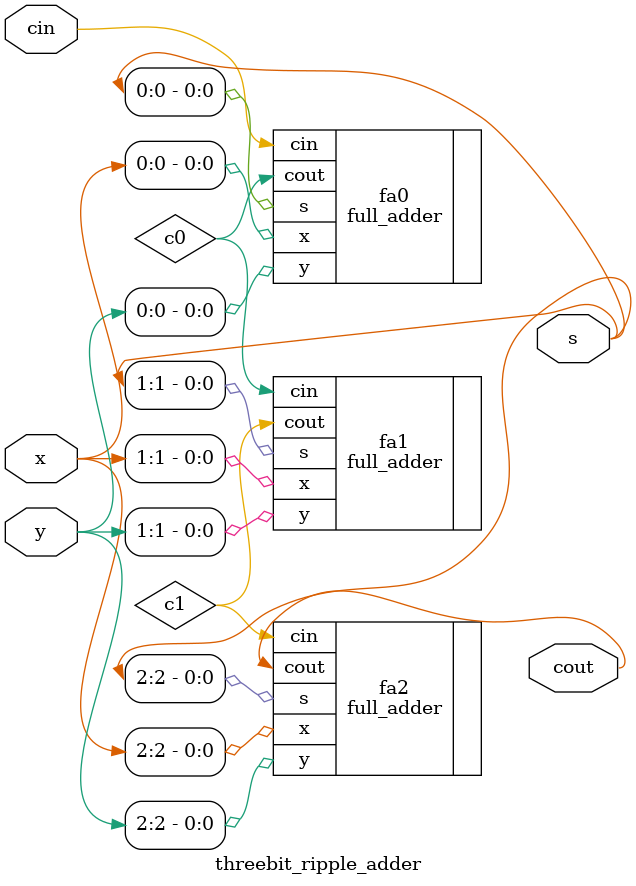
<source format=sv>
module threebit_ripple_adder
(
	input logic[2:0] x,
	input logic[2:0] y,
	input logic cin,
	output logic [2:0] s,
	output logic cout
);
	logic c0, c1;
	full_adder fa0(.x(x[0]), .y(y[0]), .cin(cin), .s(s[0]), .cout(c0));
	full_adder fa1(.x(x[1]), .y(y[1]), .cin(c0),  .s(s[1]), .cout(c1));
	full_adder fa2(.x(x[2]), .y(y[2]), .cin(c1),  .s(s[2]), .cout(cout));		

endmodule


</source>
